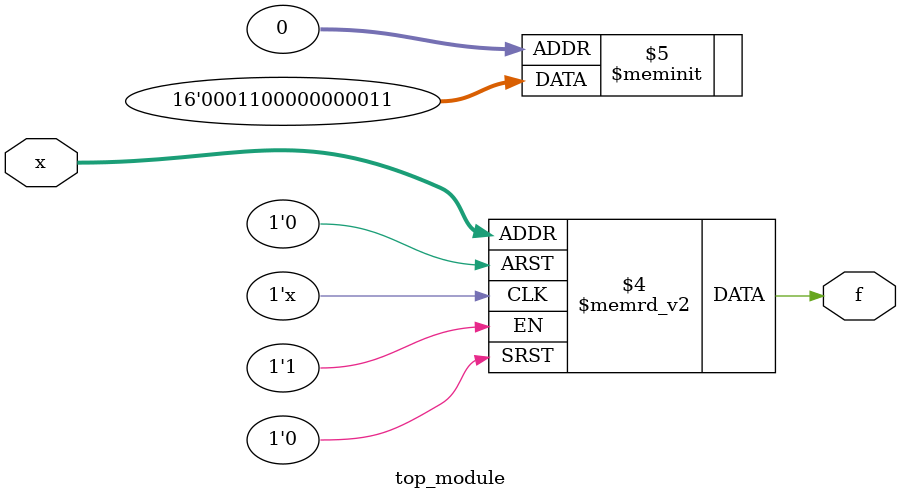
<source format=sv>
module top_module (
	input [4:1] x,
	output logic f
);

// Implementing the function f using a case statement
always_comb begin
	case(x)
		4'b0000, 4'b0001: f = 1'b1;
		4'b0010, 4'b0011, 4'b0101, 4'b0110, 4'b0111, 4'b1010: f = 1'b0;
		4'b1011, 4'b1100: f = 1'b1;
		default: f = 1'b0;
	endcase
end

endmodule

</source>
